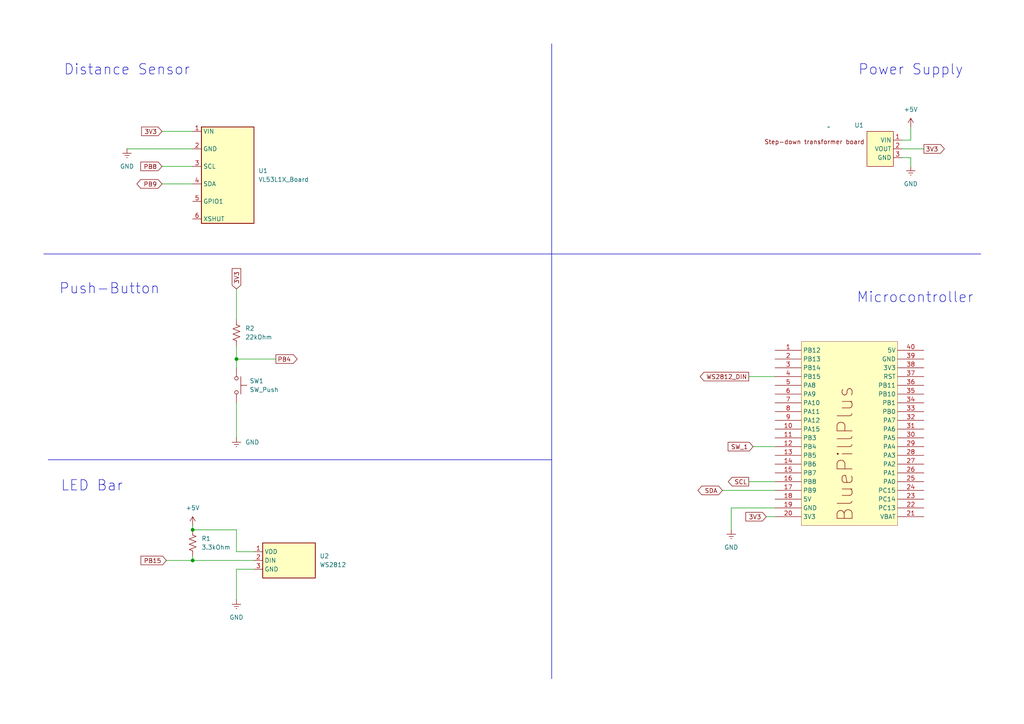
<source format=kicad_sch>
(kicad_sch (version 20231120) (generator "eeschema") (generator_version "8.0")
  (paper "A4")
  (title_block (title "Parking Sensor Schematics") (date "2025-01-06") (rev "1.0.0"))
  (lib_symbols
    (symbol "BluePill:BluePillPlus"
      (property "Value" "U?" (at -1.27 -3.81 0))
      (symbol "BluePillPlus_1_0"
        (rectangle (start 17.78 25.4) (end -10.16 -27.94) (stroke (width 0.0254) (color 128 0 0 1)) (fill (type background)))
        (text "BluePillPlus" (at 0 12.7 900) (effects (font (size 4.3688 4.3688)) (justify right top)))
        (pin passive line (at -17.78 22.86 0) (length 7.62) (name "PB12") (number "1"))
        (pin passive line (at -17.78 0 0) (length 7.62) (name "PA15") (number "10"))
        (pin passive line (at -17.78 -2.54 0) (length 7.62) (name "PB3") (number "11"))
        (pin passive line (at -17.78 -5.08 0) (length 7.62) (name "PB4") (number "12"))
        (pin passive line (at -17.78 -7.62 0) (length 7.62) (name "PB5") (number "13"))
        (pin passive line (at -17.78 -10.16 0) (length 7.62) (name "PB6") (number "14"))
        (pin passive line (at -17.78 -12.7 0) (length 7.62) (name "PB7") (number "15"))
        (pin passive line (at -17.78 -15.24 0) (length 7.62) (name "PB8") (number "16"))
        (pin passive line (at -17.78 -17.78 0) (length 7.62) (name "PB9") (number "17"))
        (pin passive line (at -17.78 -20.32 0) (length 7.62) (name "5V") (number "18"))
        (pin passive line (at -17.78 -22.86 0) (length 7.62) (name "GND") (number "19"))
        (pin passive line (at -17.78 20.32 0) (length 7.62) (name "PB13") (number "2"))
        (pin passive line (at -17.78 -25.4 0) (length 7.62) (name "3V3") (number "20"))
        (pin passive line (at 25.4 -25.4 180) (length 7.62) (name "VBAT") (number "21"))
        (pin passive line (at 25.4 -22.86 180) (length 7.62) (name "PC13") (number "22"))
        (pin passive line (at 25.4 -20.32 180) (length 7.62) (name "PC14") (number "23"))
        (pin passive line (at 25.4 -17.78 180) (length 7.62) (name "PC15") (number "24"))
        (pin passive line (at 25.4 -15.24 180) (length 7.62) (name "PA0") (number "25"))
        (pin passive line (at 25.4 -12.7 180) (length 7.62) (name "PA1") (number "26"))
        (pin passive line (at 25.4 -10.16 180) (length 7.62) (name "PA2") (number "27"))
        (pin passive line (at 25.4 -7.62 180) (length 7.62) (name "PA3") (number "28"))
        (pin passive line (at 25.4 -5.08 180) (length 7.62) (name "PA4") (number "29"))
        (pin passive line (at -17.78 17.78 0) (length 7.62) (name "PB14") (number "3"))
        (pin passive line (at 25.4 -2.54 180) (length 7.62) (name "PA5") (number "30"))
        (pin passive line (at 25.4 0 180) (length 7.62) (name "PA6") (number "31"))
        (pin passive line (at 25.4 2.54 180) (length 7.62) (name "PA7") (number "32"))
        (pin passive line (at 25.4 5.08 180) (length 7.62) (name "PB0") (number "33"))
        (pin passive line (at 25.4 7.62 180) (length 7.62) (name "PB1") (number "34"))
        (pin passive line (at 25.4 10.16 180) (length 7.62) (name "PB10") (number "35"))
        (pin passive line (at 25.4 12.7 180) (length 7.62) (name "PB11") (number "36"))
        (pin passive line (at 25.4 15.24 180) (length 7.62) (name "RST") (number "37"))
        (pin passive line (at 25.4 17.78 180) (length 7.62) (name "3V3") (number "38"))
        (pin passive line (at 25.4 20.32 180) (length 7.62) (name "GND") (number "39"))
        (pin passive line (at -17.78 15.24 0) (length 7.62) (name "PB15") (number "4"))
        (pin passive line (at 25.4 22.86 180) (length 7.62) (name "5V") (number "40"))
        (pin passive line (at -17.78 12.7 0) (length 7.62) (name "PA8") (number "5"))
        (pin passive line (at -17.78 10.16 0) (length 7.62) (name "PA9") (number "6"))
        (pin passive line (at -17.78 7.62 0) (length 7.62) (name "PA10") (number "7"))
        (pin passive line (at -17.78 5.08 0) (length 7.62) (name "PA11") (number "8"))
        (pin passive line (at -17.78 2.54 0) (length 7.62) (name "PA12") (number "9"))
      )
      (symbol "BluePillPlus_2_0"
        (rectangle (start 10.16 5.08) (end -5.08 -7.62) (stroke (width 0.0254) (color 128 0 0 1)) (fill (type background)))
        (text "SW" (at 5.08 -5.08 0) (effects (font (size 1.8288 1.8288)) (justify left bottom)))
        (pin passive line (at -12.7 -5.08 0) (length 7.62) (name "3V3") (number "41"))
        (pin passive line (at -12.7 -2.54 0) (length 7.62) (name "SWDIO") (number "42"))
        (pin passive line (at -12.7 0 0) (length 7.62) (name "SWCLK") (number "43"))
        (pin passive line (at -12.7 2.54 0) (length 7.62) (name "GND") (number "44"))
      )
    )
    (symbol "Device:R_US" (pin_numbers hide) (pin_names (offset 0))
      (property "Reference" "R" (at 2.54 0 90))
      (property "Value" "R_US" (at -2.54 0 90))
      (symbol "R_US_0_1"
        (polyline (pts (xy 0 -2.286) (xy 0 -2.54)))
        (polyline (pts (xy 0 2.286) (xy 0 2.54)))
        (polyline (pts (xy 0 -0.762) (xy 1.016 -1.143) (xy 0 -1.524) (xy -1.016 -1.905) (xy 0 -2.286)))
        (polyline (pts (xy 0 0.762) (xy 1.016 0.381) (xy 0 0) (xy -1.016 -0.381) (xy 0 -0.762)))
        (polyline (pts (xy 0 2.286) (xy 1.016 1.905) (xy 0 1.524) (xy -1.016 1.143) (xy 0 0.762)))
      )
      (symbol "R_US_1_1"
        (pin passive line (at 0 3.81 270) (length 1.27) (name "~") (number "1"))
        (pin passive line (at 0 -3.81 90) (length 1.27) (name "~") (number "2"))
      )
    )
    (symbol "Driver_LED:WS2812B"
      (property "Reference" "U" (at -6.35 6.35 0))
      (property "Value" "WS2812" (at 5.08 6.35 0))
      (symbol "WS2812B_0_1"
        (rectangle (start -7.62 5.08) (end 7.62 -5.08) (stroke (width 0.254)) (fill (type background)))
      )
      (symbol "WS2812B_1_1"
        (pin power_in line (at -10.16 2.54 0) (length 2.54) (name "VDD") (number "1"))
        (pin input line (at -10.16 0 0) (length 2.54) (name "DIN") (number "2"))
        (pin passive line (at -10.16 -2.54 0) (length 2.54) (name "GND") (number "3"))
      )
    )
    (symbol "Switch:SW_Push" (pin_numbers hide) (pin_names (offset 1.016) hide)
      (property "Reference" "SW" (at 1.27 2.54 0))
      (property "Value" "SW_Push" (at 0 -1.524 0))
      (symbol "SW_Push_0_1"
        (circle (center -2.032 0) (radius 0.508))
        (polyline (pts (xy 0 1.27) (xy 0 3.048)))
        (polyline (pts (xy 2.54 1.27) (xy -2.54 1.27)))
        (circle (center 2.032 0) (radius 0.508))
        (pin passive line (at -5.08 0 0) (length 2.54) (name "1") (number "1"))
        (pin passive line (at 5.08 0 180) (length 2.54) (name "2") (number "2"))
      )
    )
    (symbol "Transformer:Step-Down"
      (property "Reference" "U" (at 5.08 6.096 0))
      (symbol "Step-Down_0_0"
        (pin power_in line (at -6.35 2.54 0) (length 2.54) (name "VIN") (number "1"))
        (pin power_out line (at -6.35 0 0) (length 2.54) (name "VOUT") (number "2"))
        (pin passive line (at -6.35 -2.54 0) (length 2.54) (name "GND") (number "3"))
      )
      (symbol "Step-Down_1_1"
        (rectangle (start -3.81 5.08) (end 3.81 -5.08) (fill (type background)))
        (text "Step-down transformer board" (at 19.05 2.032 0) (effects (font (size 1.27 1.27))))
      )
    )
    (symbol "VL53L1X_Board_1"
      (property "Reference" "U" (at -6.35 13.97 0))
      (property "Value" "VL53L1X_Board" (at 13.208 15.494 0))
      (symbol "VL53L1X_Board_1_0_1"
        (rectangle (start -7.62 13.97) (end 7.62 -13.97) (stroke (width 0.254)) (fill (type background)))
      )
      (symbol "VL53L1X_Board_1_1_1"
        (pin power_in line (at -10.16 12.7 0) (length 2.54) (name "VIN") (number "1"))
        (pin passive line (at -10.16 7.62 0) (length 2.54) (name "GND") (number "2"))
        (pin input line (at -10.16 2.54 0) (length 2.54) (name "SCL") (number "3"))
        (pin bidirectional line (at -10.16 -2.54 0) (length 2.54) (name "SDA") (number "4"))
        (pin open_collector line (at -10.16 -7.62 0) (length 2.54) (name "GPIO1") (number "5"))
        (pin input line (at -10.16 -12.7 0) (length 2.54) (name "XSHUT") (number "6"))
      )
    )
    (symbol "power:+5V" (power) (pin_numbers hide) (pin_names (offset 0) hide)
      (property "Value" "+5V" (at 0 3.556 0))
      (symbol "+5V_0_1"
        (polyline (pts (xy -0.762 1.27) (xy 0 2.54)))
        (polyline (pts (xy 0 0) (xy 0 2.54)))
        (polyline (pts (xy 0 2.54) (xy 0.762 1.27)))
      )
      (symbol "+5V_1_1"
        (pin power_in line (at 0 0 90) (length 0) (name "~") (number "1"))
      )
    )
    (symbol "power:GNDREF" (power) (pin_numbers hide) (pin_names (offset 0) hide)
      (property "Value" "GNDREF" (at 0 -3.81 0))
      (symbol "GNDREF_0_1"
        (polyline (pts (xy -0.635 -1.905) (xy 0.635 -1.905)))
        (polyline (pts (xy -0.127 -2.54) (xy 0.127 -2.54)))
        (polyline (pts (xy 0 -1.27) (xy 0 0)))
        (polyline (pts (xy 1.27 -1.27) (xy -1.27 -1.27)))
      )
      (symbol "GNDREF_1_1"
        (pin power_in line (at 0 0 270) (length 0) (name "~") (number "1"))
      )
    )
  )
  (junction (at 55.88 153.67))
  (junction (at 55.88 162.56))
  (junction (at 68.58 104.14))
  (wire (pts (xy 55.88 153.67) (xy 68.58 153.67)))
  (wire (pts (xy 68.58 165.1) (xy 73.66 165.1)))
  (wire (pts (xy 68.58 173.99) (xy 68.58 165.1)))
  (wire (pts (xy 68.58 116.84) (xy 68.58 127)))
  (wire (pts (xy 68.58 160.02) (xy 73.66 160.02)))
  (wire (pts (xy 68.58 100.33) (xy 68.58 104.14)))
  (wire (pts (xy 55.88 162.56) (xy 55.88 161.29)))
  (wire (pts (xy 68.58 153.67) (xy 68.58 160.02)))
  (polyline (pts (xy 13.97 133.35) (xy 160.02 133.35)))
  (wire (pts (xy 55.88 53.34) (xy 46.99 53.34)))
  (wire (pts (xy 46.99 48.26) (xy 55.88 48.26)))
  (wire (pts (xy 212.09 153.67) (xy 212.09 147.32)))
  (polyline (pts (xy 12.7 73.66) (xy 284.48 73.66)))
  (wire (pts (xy 212.09 147.32) (xy 224.79 147.32)))
  (wire (pts (xy 218.44 129.54) (xy 224.79 129.54)))
  (wire (pts (xy 264.16 40.64) (xy 264.16 36.83)))
  (wire (pts (xy 46.99 38.1) (xy 55.88 38.1)))
  (wire (pts (xy 55.88 152.4) (xy 55.88 153.67)))
  (wire (pts (xy 222.25 149.86) (xy 224.79 149.86)))
  (wire (pts (xy 209.55 142.24) (xy 224.79 142.24)))
  (wire (pts (xy 80.01 104.14) (xy 68.58 104.14)))
  (wire (pts (xy 55.88 162.56) (xy 73.66 162.56)))
  (polyline (pts (xy 160.02 12.7) (xy 160.02 196.85)))
  (wire (pts (xy 261.62 40.64) (xy 264.16 40.64)))
  (wire (pts (xy 48.26 162.56) (xy 55.88 162.56)))
  (wire (pts (xy 217.17 109.22) (xy 224.79 109.22)))
  (wire (pts (xy 68.58 83.82) (xy 68.58 92.71)))
  (wire (pts (xy 264.16 45.72) (xy 264.16 48.26)))
  (wire (pts (xy 261.62 45.72) (xy 264.16 45.72)))
  (wire (pts (xy 68.58 104.14) (xy 68.58 106.68)))
  (wire (pts (xy 267.97 43.18) (xy 261.62 43.18)))
  (wire (pts (xy 217.17 139.7) (xy 224.79 139.7)))
  (wire (pts (xy 36.83 43.18) (xy 55.88 43.18)))
  (text "Push-Button\n" (at 31.75 83.82 0) (effects (font (size 3 3))))
  (text "LED Bar" (at 26.67 140.97 0) (effects (font (size 3 3))))
  (text "Distance Sensor" (at 36.83 20.32 0) (effects (font (size 3 3))))
  (text "Microcontroller" (at 265.43 86.36 0) (effects (font (size 3 3))))
  (text "Power Supply" (at 264.16 20.32 0) (effects (font (size 3 3))))
  (global_label "3V3" (shape output) (at 267.97 43.18 0) (property "Intersheetrefs" "${INTERSHEET_REFS}" (effects (hide yes))))
  (global_label "PB8" (shape input) (at 46.99 48.26 180) (property "Intersheetrefs" "${INTERSHEET_REFS}" (effects (hide yes))))
  (global_label "PB4" (shape output) (at 80.01 104.14 0) (property "Intersheetrefs" "${INTERSHEET_REFS}" (effects (hide yes))))
  (global_label "SCL" (shape output) (at 217.17 139.7 180) (property "Intersheetrefs" "${INTERSHEET_REFS}" (effects (hide yes))))
  (global_label "SDA" (shape bidirectional) (at 209.55 142.24 180) (property "Intersheetrefs" "${INTERSHEET_REFS}" (effects (hide yes))))
  (global_label "3V3" (shape input) (at 46.99 38.1 180) (property "Intersheetrefs" "${INTERSHEET_REFS}" (effects (hide yes))))
  (global_label "WS2812_DIN" (shape output) (at 217.17 109.22 180) (property "Intersheetrefs" "${INTERSHEET_REFS}" (effects (hide yes))))
  (global_label "PB9" (shape bidirectional) (at 46.99 53.34 180) (property "Intersheetrefs" "${INTERSHEET_REFS}" (effects (hide yes))))
  (global_label "3V3" (shape input) (at 68.58 83.82 90) (property "Intersheetrefs" "${INTERSHEET_REFS}" (effects (hide yes))))
  (global_label "SW_1" (shape input) (at 218.44 129.54 180) (property "Intersheetrefs" "${INTERSHEET_REFS}" (effects (hide yes))))
  (global_label "PB15" (shape input) (at 48.26 162.56 180) (property "Intersheetrefs" "${INTERSHEET_REFS}" (effects (hide yes))))
  (global_label "3V3" (shape input) (at 222.25 149.86 180) (property "Intersheetrefs" "${INTERSHEET_REFS}" (effects (hide yes))))
  (symbol (lib_id "Switch:SW_Push") (at 68.58 111.76 270) (unit 1)
    (property "Reference" "SW1" (at 72.39 110.4899 90) (effects (justify left)))
    (property "Value" "SW_Push" (at 72.39 113.0299 90) (effects (justify left)))
    (property "Description" "Push button switch, generic, two pins" (effects (hide yes)))
  )
  (symbol (lib_id "power:+5V") (at 264.16 36.83 0) (unit 1)
    (property "Reference" "#PWR02" (effects (hide yes)))
    (property "Value" "+5V" (at 264.16 31.75 0))
    (property "Description" "Power symbol creates a global label with name \"+5V\"" (effects (hide yes)))
  )
  (symbol (lib_id "Device:R_US") (at 68.58 96.52 180) (unit 1)
    (property "Reference" "R2" (at 71.12 95.2499 0) (effects (justify right)))
    (property "Value" "22kOhm" (at 71.12 97.7899 0) (effects (justify right)))
    (property "Description" "Resistor, US symbol" (effects (hide yes)))
  )
  (symbol (lib_id "power:GNDREF") (at 68.58 173.99 0) (unit 1)
    (property "Reference" "#PWR07" (effects (hide yes)))
    (property "Value" "GND" (at 68.58 179.07 0))
    (property "Description" "Power symbol creates a global label with name \"GNDREF\" , reference supply ground" (effects (hide yes)))
  )
  (symbol (lib_name "VL53L1X_Board_1") (lib_id "Sensor_Distance:VL53L1X_Board") (at 66.04 50.8 0) (unit 1)
    (property "Reference" "U1" (at 74.93 49.5299 0) (effects (justify left)))
    (property "Value" "VL53L1X_Board" (at 74.93 52.0699 0) (effects (justify left)))
    (property "Footprint" "Sensor_Distance:ST_VL53L1x" (effects (hide yes)))
    (property "Datasheet" "https://www.st.com/resource/en/datasheet/vl53l1x.pdf" (effects (hide yes)))
    (property "Description" "4m distance ranging ToF sensor, Optical LGA12" (effects (hide yes)))
  )
  (symbol (lib_id "Transformer:Step-Down") (at 255.27 43.18 0) (mirror y) (unit 1)
    (property "Reference" "U1" (at 249.174 36.322 0))
    (property "Value" "~" (at 240.3676 36.83 0))
  )
  (symbol (lib_id "Driver_LED:WS2812B") (at 83.82 162.56 0) (unit 1)
    (property "Reference" "U2" (at 92.71 161.2899 0) (effects (justify left)))
    (property "Value" "WS2812" (at 92.71 163.8299 0) (effects (justify left)))
    (property "Datasheet" "https://cdn-shop.adafruit.com/datasheets/WS2811.pdf" (effects (hide yes)))
    (property "Description" "3-Channel 8-Bit PWM LED Driver, DIP-8/SOIC-8" (effects (hide yes)))
  )
  (symbol (lib_id "BluePill:BluePillPlus") (at 242.57 124.46 0) (unit 1)
    (property "Reference" "M1" (effects (hide yes)))
    (property "Value" "U?" (effects (hide yes)))
    (property "Footprint" "BluePillPlus:BluePillPlus" (effects (hide yes)))
    (property "Description" "BluePill" (effects (hide yes)))
    (property "ComponentLink1Description" "WeAct Studio" (effects (hide yes)))
    (property "ComponentLink1URL" "WeAct-TC.cn" (effects (hide yes)))
    (property "ComponentLink2Description" "BluePillPlus Github" (effects (hide yes)))
    (property "ComponentLink2URL" "https://github.com/WeActTC/BluePill-Plus" (effects (hide yes)))
    (property "ComponentLink3Description" "BluePillPlus Gitee" (effects (hide yes)))
    (property "ComponentLink3URL" "https://gitee.com/WeAct-TC/BluePill-Plus" (effects (hide yes)))
  )
  (symbol (lib_id "power:GNDREF") (at 212.09 153.67 0) (unit 1)
    (property "Reference" "#PWR03" (effects (hide yes)))
    (property "Value" "GND" (at 212.09 158.75 0))
    (property "Description" "Power symbol creates a global label with name \"GNDREF\" , reference supply ground" (effects (hide yes)))
  )
  (symbol (lib_id "Device:R_US") (at 55.88 157.48 0) (unit 1)
    (property "Reference" "R1" (at 58.42 156.2099 0) (effects (justify left)))
    (property "Value" "3.3kOhm" (at 58.42 158.7499 0) (effects (justify left)))
    (property "Description" "Resistor, US symbol" (effects (hide yes)))
  )
  (symbol (lib_id "power:GNDREF") (at 36.83 43.18 0) (unit 1)
    (property "Reference" "#PWR05" (effects (hide yes)))
    (property "Value" "GND" (at 36.83 48.26 0))
    (property "Description" "Power symbol creates a global label with name \"GNDREF\" , reference supply ground" (effects (hide yes)))
  )
  (symbol (lib_id "power:GNDREF") (at 264.16 48.26 0) (unit 1)
    (property "Reference" "#PWR01" (effects (hide yes)))
    (property "Value" "GND" (at 264.16 53.34 0))
    (property "Description" "Power symbol creates a global label with name \"GNDREF\" , reference supply ground" (effects (hide yes)))
  )
  (symbol (lib_id "power:+5V") (at 55.88 152.4 0) (unit 1)
    (property "Reference" "#PWR06" (effects (hide yes)))
    (property "Value" "+5V" (at 55.88 147.32 0))
    (property "Description" "Power symbol creates a global label with name \"+5V\"" (effects (hide yes)))
  )
  (symbol (lib_id "power:GNDREF") (at 68.58 127 0) (unit 1)
    (property "Reference" "#PWR04" (effects (hide yes)))
    (property "Value" "GND" (at 71.12 128.2699 0) (effects (justify left)))
    (property "Description" "Power symbol creates a global label with name \"GNDREF\" , reference supply ground" (effects (hide yes)))
  )
)
</source>
